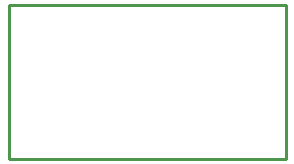
<source format=gko>
G04 Layer: BoardOutlineLayer*
G04 EasyEDA v6.5.20, 2022-10-16 15:23:26*
G04 af273d6a792b4aeebadb685aaa12eaa7,01de8cd48c9644c38d17f752347833e1,10*
G04 Gerber Generator version 0.2*
G04 Scale: 100 percent, Rotated: No, Reflected: No *
G04 Dimensions in millimeters *
G04 leading zeros omitted , absolute positions ,4 integer and 5 decimal *
%FSLAX45Y45*%
%MOMM*%

%ADD10C,0.2540*%
D10*
X549998Y12649974D02*
G01*
X2899994Y12649974D01*
X2899994Y11349977D01*
X549998Y11349977D01*
X549998Y12649974D01*

%LPD*%
M02*

</source>
